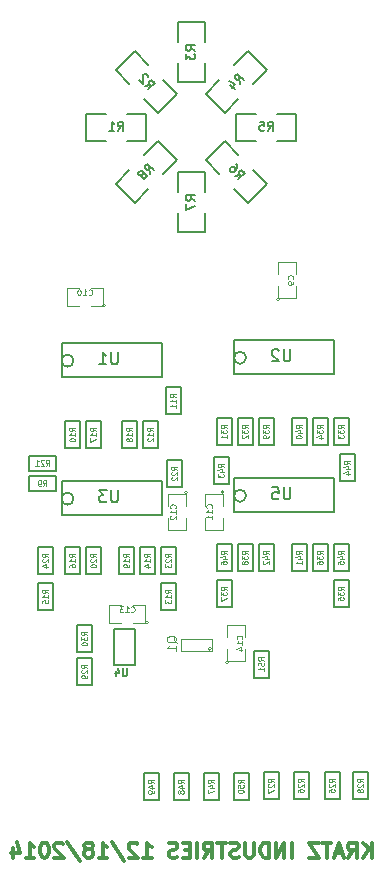
<source format=gbo>
G04 (created by PCBNEW (2013-07-07 BZR 4022)-stable) date 12/18/2014 6:53:03 AM*
%MOIN*%
G04 Gerber Fmt 3.4, Leading zero omitted, Abs format*
%FSLAX34Y34*%
G01*
G70*
G90*
G04 APERTURE LIST*
%ADD10C,0.00590551*%
%ADD11C,0.011811*%
%ADD12C,0.005*%
%ADD13C,0.0031*%
%ADD14C,0.0039*%
%ADD15C,0.0047*%
%ADD16C,0.0043*%
%ADD17C,0.0045*%
G04 APERTURE END LIST*
G54D10*
G54D11*
X84408Y-71952D02*
X84408Y-71452D01*
X84122Y-71952D02*
X84336Y-71666D01*
X84122Y-71452D02*
X84408Y-71738D01*
X83622Y-71952D02*
X83789Y-71714D01*
X83908Y-71952D02*
X83908Y-71452D01*
X83717Y-71452D01*
X83670Y-71476D01*
X83646Y-71500D01*
X83622Y-71547D01*
X83622Y-71619D01*
X83646Y-71666D01*
X83670Y-71690D01*
X83717Y-71714D01*
X83908Y-71714D01*
X83431Y-71809D02*
X83193Y-71809D01*
X83479Y-71952D02*
X83312Y-71452D01*
X83146Y-71952D01*
X83050Y-71452D02*
X82765Y-71452D01*
X82908Y-71952D02*
X82908Y-71452D01*
X82646Y-71452D02*
X82312Y-71452D01*
X82646Y-71952D01*
X82312Y-71952D01*
X81741Y-71952D02*
X81741Y-71452D01*
X81503Y-71952D02*
X81503Y-71452D01*
X81217Y-71952D01*
X81217Y-71452D01*
X80979Y-71952D02*
X80979Y-71452D01*
X80860Y-71452D01*
X80789Y-71476D01*
X80741Y-71523D01*
X80717Y-71571D01*
X80693Y-71666D01*
X80693Y-71738D01*
X80717Y-71833D01*
X80741Y-71880D01*
X80789Y-71928D01*
X80860Y-71952D01*
X80979Y-71952D01*
X80479Y-71452D02*
X80479Y-71857D01*
X80455Y-71904D01*
X80431Y-71928D01*
X80384Y-71952D01*
X80289Y-71952D01*
X80241Y-71928D01*
X80217Y-71904D01*
X80193Y-71857D01*
X80193Y-71452D01*
X79979Y-71928D02*
X79908Y-71952D01*
X79789Y-71952D01*
X79741Y-71928D01*
X79717Y-71904D01*
X79693Y-71857D01*
X79693Y-71809D01*
X79717Y-71761D01*
X79741Y-71738D01*
X79789Y-71714D01*
X79884Y-71690D01*
X79931Y-71666D01*
X79955Y-71642D01*
X79979Y-71595D01*
X79979Y-71547D01*
X79955Y-71500D01*
X79931Y-71476D01*
X79884Y-71452D01*
X79765Y-71452D01*
X79693Y-71476D01*
X79550Y-71452D02*
X79265Y-71452D01*
X79408Y-71952D02*
X79408Y-71452D01*
X78812Y-71952D02*
X78979Y-71714D01*
X79098Y-71952D02*
X79098Y-71452D01*
X78908Y-71452D01*
X78860Y-71476D01*
X78836Y-71500D01*
X78812Y-71547D01*
X78812Y-71619D01*
X78836Y-71666D01*
X78860Y-71690D01*
X78908Y-71714D01*
X79098Y-71714D01*
X78598Y-71952D02*
X78598Y-71452D01*
X78360Y-71690D02*
X78193Y-71690D01*
X78122Y-71952D02*
X78360Y-71952D01*
X78360Y-71452D01*
X78122Y-71452D01*
X77931Y-71928D02*
X77860Y-71952D01*
X77741Y-71952D01*
X77693Y-71928D01*
X77670Y-71904D01*
X77646Y-71857D01*
X77646Y-71809D01*
X77670Y-71761D01*
X77693Y-71738D01*
X77741Y-71714D01*
X77836Y-71690D01*
X77884Y-71666D01*
X77908Y-71642D01*
X77931Y-71595D01*
X77931Y-71547D01*
X77908Y-71500D01*
X77884Y-71476D01*
X77836Y-71452D01*
X77717Y-71452D01*
X77646Y-71476D01*
X76789Y-71952D02*
X77074Y-71952D01*
X76931Y-71952D02*
X76931Y-71452D01*
X76979Y-71523D01*
X77027Y-71571D01*
X77074Y-71595D01*
X76598Y-71500D02*
X76574Y-71476D01*
X76527Y-71452D01*
X76408Y-71452D01*
X76360Y-71476D01*
X76336Y-71500D01*
X76312Y-71547D01*
X76312Y-71595D01*
X76336Y-71666D01*
X76622Y-71952D01*
X76312Y-71952D01*
X75741Y-71428D02*
X76170Y-72071D01*
X75312Y-71952D02*
X75598Y-71952D01*
X75455Y-71952D02*
X75455Y-71452D01*
X75503Y-71523D01*
X75550Y-71571D01*
X75598Y-71595D01*
X75027Y-71666D02*
X75074Y-71642D01*
X75098Y-71619D01*
X75122Y-71571D01*
X75122Y-71547D01*
X75098Y-71500D01*
X75074Y-71476D01*
X75027Y-71452D01*
X74931Y-71452D01*
X74884Y-71476D01*
X74860Y-71500D01*
X74836Y-71547D01*
X74836Y-71571D01*
X74860Y-71619D01*
X74884Y-71642D01*
X74931Y-71666D01*
X75027Y-71666D01*
X75074Y-71690D01*
X75098Y-71714D01*
X75122Y-71761D01*
X75122Y-71857D01*
X75098Y-71904D01*
X75074Y-71928D01*
X75027Y-71952D01*
X74931Y-71952D01*
X74884Y-71928D01*
X74860Y-71904D01*
X74836Y-71857D01*
X74836Y-71761D01*
X74860Y-71714D01*
X74884Y-71690D01*
X74931Y-71666D01*
X74265Y-71428D02*
X74693Y-72071D01*
X74122Y-71500D02*
X74098Y-71476D01*
X74050Y-71452D01*
X73931Y-71452D01*
X73884Y-71476D01*
X73860Y-71500D01*
X73836Y-71547D01*
X73836Y-71595D01*
X73860Y-71666D01*
X74146Y-71952D01*
X73836Y-71952D01*
X73527Y-71452D02*
X73479Y-71452D01*
X73431Y-71476D01*
X73408Y-71500D01*
X73384Y-71547D01*
X73360Y-71642D01*
X73360Y-71761D01*
X73384Y-71857D01*
X73408Y-71904D01*
X73431Y-71928D01*
X73479Y-71952D01*
X73527Y-71952D01*
X73574Y-71928D01*
X73598Y-71904D01*
X73622Y-71857D01*
X73646Y-71761D01*
X73646Y-71642D01*
X73622Y-71547D01*
X73598Y-71500D01*
X73574Y-71476D01*
X73527Y-71452D01*
X72884Y-71952D02*
X73169Y-71952D01*
X73027Y-71952D02*
X73027Y-71452D01*
X73074Y-71523D01*
X73122Y-71571D01*
X73169Y-71595D01*
X72455Y-71619D02*
X72455Y-71952D01*
X72574Y-71428D02*
X72693Y-71785D01*
X72384Y-71785D01*
G54D10*
X74075Y-55940D02*
X74075Y-54798D01*
X74075Y-54798D02*
X77421Y-54798D01*
X77421Y-54798D02*
X77421Y-55940D01*
X77421Y-55940D02*
X74075Y-55940D01*
X74472Y-55389D02*
G75*
G03X74472Y-55389I-200J0D01*
G74*
G01*
G54D12*
X75830Y-65530D02*
X76530Y-65530D01*
X76530Y-65530D02*
X76530Y-64330D01*
X76530Y-64330D02*
X75830Y-64330D01*
X75830Y-64330D02*
X75830Y-65530D01*
G54D13*
X79075Y-64988D02*
G75*
G03X79075Y-64988I-62J0D01*
G74*
G01*
X78050Y-64650D02*
X78050Y-65050D01*
X79075Y-64650D02*
X79075Y-65050D01*
X78050Y-65050D02*
X79075Y-65050D01*
X79075Y-64650D02*
X78050Y-64650D01*
G54D12*
X77950Y-49100D02*
X78850Y-49100D01*
X78850Y-49100D02*
X78850Y-49750D01*
X77950Y-50450D02*
X77950Y-51100D01*
X77950Y-51100D02*
X78850Y-51100D01*
X78850Y-51100D02*
X78850Y-50450D01*
X77950Y-49750D02*
X77950Y-49100D01*
X77288Y-48074D02*
X77925Y-48711D01*
X77925Y-48711D02*
X77465Y-49170D01*
X76334Y-49029D02*
X75874Y-49488D01*
X75874Y-49488D02*
X76511Y-50125D01*
X76511Y-50125D02*
X76970Y-49665D01*
X76829Y-48534D02*
X77288Y-48074D01*
X78874Y-48711D02*
X79511Y-48074D01*
X79511Y-48074D02*
X79970Y-48534D01*
X79829Y-49665D02*
X80288Y-50125D01*
X80288Y-50125D02*
X80925Y-49488D01*
X80925Y-49488D02*
X80465Y-49029D01*
X79334Y-49170D02*
X78874Y-48711D01*
X79900Y-48050D02*
X79900Y-47150D01*
X79900Y-47150D02*
X80550Y-47150D01*
X81250Y-48050D02*
X81900Y-48050D01*
X81900Y-48050D02*
X81900Y-47150D01*
X81900Y-47150D02*
X81250Y-47150D01*
X80550Y-48050D02*
X79900Y-48050D01*
X79511Y-47125D02*
X78874Y-46488D01*
X78874Y-46488D02*
X79334Y-46029D01*
X80465Y-46170D02*
X80925Y-45711D01*
X80925Y-45711D02*
X80288Y-45074D01*
X80288Y-45074D02*
X79829Y-45534D01*
X79970Y-46665D02*
X79511Y-47125D01*
X78850Y-46100D02*
X77950Y-46100D01*
X77950Y-46100D02*
X77950Y-45450D01*
X78850Y-44750D02*
X78850Y-44100D01*
X78850Y-44100D02*
X77950Y-44100D01*
X77950Y-44100D02*
X77950Y-44750D01*
X78850Y-45450D02*
X78850Y-46100D01*
X77925Y-46488D02*
X77288Y-47125D01*
X77288Y-47125D02*
X76829Y-46665D01*
X76970Y-45534D02*
X76511Y-45074D01*
X76511Y-45074D02*
X75874Y-45711D01*
X75874Y-45711D02*
X76334Y-46170D01*
X77465Y-46029D02*
X77925Y-46488D01*
X76900Y-47150D02*
X76900Y-48050D01*
X76900Y-48050D02*
X76250Y-48050D01*
X75550Y-47150D02*
X74900Y-47150D01*
X74900Y-47150D02*
X74900Y-48050D01*
X74900Y-48050D02*
X75550Y-48050D01*
X76250Y-47150D02*
X76900Y-47150D01*
G54D14*
X76960Y-64120D02*
G75*
G03X76960Y-64120I-50J0D01*
G74*
G01*
X76460Y-64120D02*
X76860Y-64120D01*
X76860Y-64120D02*
X76860Y-63520D01*
X76860Y-63520D02*
X76460Y-63520D01*
X76060Y-63520D02*
X75660Y-63520D01*
X75660Y-63520D02*
X75660Y-64120D01*
X75660Y-64120D02*
X76060Y-64120D01*
X81350Y-53350D02*
G75*
G03X81350Y-53350I-50J0D01*
G74*
G01*
X81300Y-52900D02*
X81300Y-53300D01*
X81300Y-53300D02*
X81900Y-53300D01*
X81900Y-53300D02*
X81900Y-52900D01*
X81900Y-52500D02*
X81900Y-52100D01*
X81900Y-52100D02*
X81300Y-52100D01*
X81300Y-52100D02*
X81300Y-52500D01*
X75550Y-53550D02*
G75*
G03X75550Y-53550I-50J0D01*
G74*
G01*
X75050Y-53550D02*
X75450Y-53550D01*
X75450Y-53550D02*
X75450Y-52950D01*
X75450Y-52950D02*
X75050Y-52950D01*
X74650Y-52950D02*
X74250Y-52950D01*
X74250Y-52950D02*
X74250Y-53550D01*
X74250Y-53550D02*
X74650Y-53550D01*
X79650Y-65450D02*
G75*
G03X79650Y-65450I-50J0D01*
G74*
G01*
X79600Y-65000D02*
X79600Y-65400D01*
X79600Y-65400D02*
X80200Y-65400D01*
X80200Y-65400D02*
X80200Y-65000D01*
X80200Y-64600D02*
X80200Y-64200D01*
X80200Y-64200D02*
X79600Y-64200D01*
X79600Y-64200D02*
X79600Y-64600D01*
X79490Y-59770D02*
G75*
G03X79490Y-59770I-50J0D01*
G74*
G01*
X79440Y-60220D02*
X79440Y-59820D01*
X79440Y-59820D02*
X78840Y-59820D01*
X78840Y-59820D02*
X78840Y-60220D01*
X78840Y-60620D02*
X78840Y-61020D01*
X78840Y-61020D02*
X79440Y-61020D01*
X79440Y-61020D02*
X79440Y-60620D01*
X78280Y-59780D02*
G75*
G03X78280Y-59780I-50J0D01*
G74*
G01*
X78230Y-60230D02*
X78230Y-59830D01*
X78230Y-59830D02*
X77630Y-59830D01*
X77630Y-59830D02*
X77630Y-60230D01*
X77630Y-60630D02*
X77630Y-61030D01*
X77630Y-61030D02*
X78230Y-61030D01*
X78230Y-61030D02*
X78230Y-60630D01*
G54D12*
X82250Y-62400D02*
X82250Y-61500D01*
X82250Y-61500D02*
X81750Y-61500D01*
X81750Y-61500D02*
X81750Y-62400D01*
X81750Y-62400D02*
X82250Y-62400D01*
X79250Y-61500D02*
X79250Y-62400D01*
X79250Y-62400D02*
X79750Y-62400D01*
X79750Y-62400D02*
X79750Y-61500D01*
X79750Y-61500D02*
X79250Y-61500D01*
X80310Y-70020D02*
X80310Y-69120D01*
X80310Y-69120D02*
X79810Y-69120D01*
X79810Y-69120D02*
X79810Y-70020D01*
X79810Y-70020D02*
X80310Y-70020D01*
X82450Y-61500D02*
X82450Y-62400D01*
X82450Y-62400D02*
X82950Y-62400D01*
X82950Y-62400D02*
X82950Y-61500D01*
X82950Y-61500D02*
X82450Y-61500D01*
X79950Y-61500D02*
X79950Y-62400D01*
X79950Y-62400D02*
X80450Y-62400D01*
X80450Y-62400D02*
X80450Y-61500D01*
X80450Y-61500D02*
X79950Y-61500D01*
X81150Y-62400D02*
X81150Y-61500D01*
X81150Y-61500D02*
X80650Y-61500D01*
X80650Y-61500D02*
X80650Y-62400D01*
X80650Y-62400D02*
X81150Y-62400D01*
X79750Y-58200D02*
X79750Y-57300D01*
X79750Y-57300D02*
X79250Y-57300D01*
X79250Y-57300D02*
X79250Y-58200D01*
X79250Y-58200D02*
X79750Y-58200D01*
X79150Y-58600D02*
X79150Y-59500D01*
X79150Y-59500D02*
X79650Y-59500D01*
X79650Y-59500D02*
X79650Y-58600D01*
X79650Y-58600D02*
X79150Y-58600D01*
X79320Y-70030D02*
X79320Y-69130D01*
X79320Y-69130D02*
X78820Y-69130D01*
X78820Y-69130D02*
X78820Y-70030D01*
X78820Y-70030D02*
X79320Y-70030D01*
X80450Y-58200D02*
X80450Y-57300D01*
X80450Y-57300D02*
X79950Y-57300D01*
X79950Y-57300D02*
X79950Y-58200D01*
X79950Y-58200D02*
X80450Y-58200D01*
X80650Y-57300D02*
X80650Y-58200D01*
X80650Y-58200D02*
X81150Y-58200D01*
X81150Y-58200D02*
X81150Y-57300D01*
X81150Y-57300D02*
X80650Y-57300D01*
X83650Y-58200D02*
X83650Y-57300D01*
X83650Y-57300D02*
X83150Y-57300D01*
X83150Y-57300D02*
X83150Y-58200D01*
X83150Y-58200D02*
X83650Y-58200D01*
X83350Y-58500D02*
X83350Y-59400D01*
X83350Y-59400D02*
X83850Y-59400D01*
X83850Y-59400D02*
X83850Y-58500D01*
X83850Y-58500D02*
X83350Y-58500D01*
X78320Y-70040D02*
X78320Y-69140D01*
X78320Y-69140D02*
X77820Y-69140D01*
X77820Y-69140D02*
X77820Y-70040D01*
X77820Y-70040D02*
X78320Y-70040D01*
X81000Y-65950D02*
X81000Y-65050D01*
X81000Y-65050D02*
X80500Y-65050D01*
X80500Y-65050D02*
X80500Y-65950D01*
X80500Y-65950D02*
X81000Y-65950D01*
X82950Y-58200D02*
X82950Y-57300D01*
X82950Y-57300D02*
X82450Y-57300D01*
X82450Y-57300D02*
X82450Y-58200D01*
X82450Y-58200D02*
X82950Y-58200D01*
X81750Y-57300D02*
X81750Y-58200D01*
X81750Y-58200D02*
X82250Y-58200D01*
X82250Y-58200D02*
X82250Y-57300D01*
X82250Y-57300D02*
X81750Y-57300D01*
X77320Y-70040D02*
X77320Y-69140D01*
X77320Y-69140D02*
X76820Y-69140D01*
X76820Y-69140D02*
X76820Y-70040D01*
X76820Y-70040D02*
X77320Y-70040D01*
X83150Y-62700D02*
X83150Y-63600D01*
X83150Y-63600D02*
X83650Y-63600D01*
X83650Y-63600D02*
X83650Y-62700D01*
X83650Y-62700D02*
X83150Y-62700D01*
X77300Y-58300D02*
X77300Y-57400D01*
X77300Y-57400D02*
X76800Y-57400D01*
X76800Y-57400D02*
X76800Y-58300D01*
X76800Y-58300D02*
X77300Y-58300D01*
X83150Y-61500D02*
X83150Y-62400D01*
X83150Y-62400D02*
X83650Y-62400D01*
X83650Y-62400D02*
X83650Y-61500D01*
X83650Y-61500D02*
X83150Y-61500D01*
X73880Y-59240D02*
X72980Y-59240D01*
X72980Y-59240D02*
X72980Y-59740D01*
X72980Y-59740D02*
X73880Y-59740D01*
X73880Y-59740D02*
X73880Y-59240D01*
X75100Y-66200D02*
X75100Y-65300D01*
X75100Y-65300D02*
X74600Y-65300D01*
X74600Y-65300D02*
X74600Y-66200D01*
X74600Y-66200D02*
X75100Y-66200D01*
X75100Y-65100D02*
X75100Y-64200D01*
X75100Y-64200D02*
X74600Y-64200D01*
X74600Y-64200D02*
X74600Y-65100D01*
X74600Y-65100D02*
X75100Y-65100D01*
X73300Y-62800D02*
X73300Y-63700D01*
X73300Y-63700D02*
X73800Y-63700D01*
X73800Y-63700D02*
X73800Y-62800D01*
X73800Y-62800D02*
X73300Y-62800D01*
X73300Y-61600D02*
X73300Y-62500D01*
X73300Y-62500D02*
X73800Y-62500D01*
X73800Y-62500D02*
X73800Y-61600D01*
X73800Y-61600D02*
X73300Y-61600D01*
X84300Y-70000D02*
X84300Y-69100D01*
X84300Y-69100D02*
X83800Y-69100D01*
X83800Y-69100D02*
X83800Y-70000D01*
X83800Y-70000D02*
X84300Y-70000D01*
X74200Y-61600D02*
X74200Y-62500D01*
X74200Y-62500D02*
X74700Y-62500D01*
X74700Y-62500D02*
X74700Y-61600D01*
X74700Y-61600D02*
X74200Y-61600D01*
X75400Y-62500D02*
X75400Y-61600D01*
X75400Y-61600D02*
X74900Y-61600D01*
X74900Y-61600D02*
X74900Y-62500D01*
X74900Y-62500D02*
X75400Y-62500D01*
X79250Y-62700D02*
X79250Y-63600D01*
X79250Y-63600D02*
X79750Y-63600D01*
X79750Y-63600D02*
X79750Y-62700D01*
X79750Y-62700D02*
X79250Y-62700D01*
X72980Y-59060D02*
X73880Y-59060D01*
X73880Y-59060D02*
X73880Y-58560D01*
X73880Y-58560D02*
X72980Y-58560D01*
X72980Y-58560D02*
X72980Y-59060D01*
X83350Y-70000D02*
X83350Y-69100D01*
X83350Y-69100D02*
X82850Y-69100D01*
X82850Y-69100D02*
X82850Y-70000D01*
X82850Y-70000D02*
X83350Y-70000D01*
X74700Y-58300D02*
X74700Y-57400D01*
X74700Y-57400D02*
X74200Y-57400D01*
X74200Y-57400D02*
X74200Y-58300D01*
X74200Y-58300D02*
X74700Y-58300D01*
X74900Y-57400D02*
X74900Y-58300D01*
X74900Y-58300D02*
X75400Y-58300D01*
X75400Y-58300D02*
X75400Y-57400D01*
X75400Y-57400D02*
X74900Y-57400D01*
X78060Y-57180D02*
X78060Y-56280D01*
X78060Y-56280D02*
X77560Y-56280D01*
X77560Y-56280D02*
X77560Y-57180D01*
X77560Y-57180D02*
X78060Y-57180D01*
X77600Y-58700D02*
X77600Y-59600D01*
X77600Y-59600D02*
X78100Y-59600D01*
X78100Y-59600D02*
X78100Y-58700D01*
X78100Y-58700D02*
X77600Y-58700D01*
X82310Y-70000D02*
X82310Y-69100D01*
X82310Y-69100D02*
X81810Y-69100D01*
X81810Y-69100D02*
X81810Y-70000D01*
X81810Y-70000D02*
X82310Y-70000D01*
X76100Y-57400D02*
X76100Y-58300D01*
X76100Y-58300D02*
X76600Y-58300D01*
X76600Y-58300D02*
X76600Y-57400D01*
X76600Y-57400D02*
X76100Y-57400D01*
X77400Y-62800D02*
X77400Y-63700D01*
X77400Y-63700D02*
X77900Y-63700D01*
X77900Y-63700D02*
X77900Y-62800D01*
X77900Y-62800D02*
X77400Y-62800D01*
X77400Y-61600D02*
X77400Y-62500D01*
X77400Y-62500D02*
X77900Y-62500D01*
X77900Y-62500D02*
X77900Y-61600D01*
X77900Y-61600D02*
X77400Y-61600D01*
X81330Y-70000D02*
X81330Y-69100D01*
X81330Y-69100D02*
X80830Y-69100D01*
X80830Y-69100D02*
X80830Y-70000D01*
X80830Y-70000D02*
X81330Y-70000D01*
X76700Y-61600D02*
X76700Y-62500D01*
X76700Y-62500D02*
X77200Y-62500D01*
X77200Y-62500D02*
X77200Y-61600D01*
X77200Y-61600D02*
X76700Y-61600D01*
X76500Y-62500D02*
X76500Y-61600D01*
X76500Y-61600D02*
X76000Y-61600D01*
X76000Y-61600D02*
X76000Y-62500D01*
X76000Y-62500D02*
X76500Y-62500D01*
G54D10*
X74075Y-60540D02*
X74075Y-59398D01*
X74075Y-59398D02*
X77421Y-59398D01*
X77421Y-59398D02*
X77421Y-60540D01*
X77421Y-60540D02*
X74075Y-60540D01*
X74472Y-59989D02*
G75*
G03X74472Y-59989I-200J0D01*
G74*
G01*
X79825Y-55840D02*
X79825Y-54698D01*
X79825Y-54698D02*
X83171Y-54698D01*
X83171Y-54698D02*
X83171Y-55840D01*
X83171Y-55840D02*
X79825Y-55840D01*
X80222Y-55289D02*
G75*
G03X80222Y-55289I-200J0D01*
G74*
G01*
X79825Y-60440D02*
X79825Y-59298D01*
X79825Y-59298D02*
X83171Y-59298D01*
X83171Y-59298D02*
X83171Y-60440D01*
X83171Y-60440D02*
X79825Y-60440D01*
X80222Y-59889D02*
G75*
G03X80222Y-59889I-200J0D01*
G74*
G01*
X75949Y-55115D02*
X75949Y-55434D01*
X75931Y-55471D01*
X75912Y-55490D01*
X75874Y-55509D01*
X75799Y-55509D01*
X75762Y-55490D01*
X75743Y-55471D01*
X75724Y-55434D01*
X75724Y-55115D01*
X75331Y-55509D02*
X75556Y-55509D01*
X75443Y-55509D02*
X75443Y-55115D01*
X75481Y-55171D01*
X75518Y-55209D01*
X75556Y-55228D01*
G54D12*
X76252Y-65647D02*
X76252Y-65849D01*
X76240Y-65873D01*
X76228Y-65885D01*
X76204Y-65897D01*
X76157Y-65897D01*
X76133Y-65885D01*
X76121Y-65873D01*
X76109Y-65849D01*
X76109Y-65647D01*
X75883Y-65730D02*
X75883Y-65897D01*
X75942Y-65635D02*
X76002Y-65813D01*
X75847Y-65813D01*
G54D15*
X77913Y-64782D02*
X77898Y-64753D01*
X77870Y-64725D01*
X77827Y-64682D01*
X77813Y-64653D01*
X77813Y-64625D01*
X77884Y-64639D02*
X77870Y-64611D01*
X77841Y-64582D01*
X77784Y-64568D01*
X77684Y-64568D01*
X77627Y-64582D01*
X77598Y-64611D01*
X77584Y-64639D01*
X77584Y-64696D01*
X77598Y-64725D01*
X77627Y-64753D01*
X77684Y-64768D01*
X77784Y-64768D01*
X77841Y-64753D01*
X77870Y-64725D01*
X77884Y-64696D01*
X77884Y-64639D01*
X77884Y-65053D02*
X77884Y-64882D01*
X77884Y-64968D02*
X77584Y-64968D01*
X77627Y-64939D01*
X77655Y-64911D01*
X77670Y-64882D01*
G54D12*
X78521Y-50050D02*
X78378Y-49950D01*
X78521Y-49878D02*
X78221Y-49878D01*
X78221Y-49992D01*
X78235Y-50021D01*
X78250Y-50035D01*
X78278Y-50050D01*
X78321Y-50050D01*
X78350Y-50035D01*
X78364Y-50021D01*
X78378Y-49992D01*
X78378Y-49878D01*
X78221Y-50150D02*
X78221Y-50350D01*
X78521Y-50221D01*
X77021Y-49150D02*
X76990Y-48978D01*
X77142Y-49029D02*
X76930Y-48817D01*
X76849Y-48897D01*
X76839Y-48928D01*
X76839Y-48948D01*
X76849Y-48978D01*
X76879Y-49009D01*
X76910Y-49019D01*
X76930Y-49019D01*
X76960Y-49009D01*
X77041Y-48928D01*
X76778Y-49150D02*
X76788Y-49120D01*
X76788Y-49100D01*
X76778Y-49069D01*
X76768Y-49059D01*
X76738Y-49049D01*
X76718Y-49049D01*
X76687Y-49059D01*
X76647Y-49100D01*
X76637Y-49130D01*
X76637Y-49150D01*
X76647Y-49180D01*
X76657Y-49190D01*
X76687Y-49201D01*
X76708Y-49201D01*
X76738Y-49190D01*
X76778Y-49150D01*
X76809Y-49140D01*
X76829Y-49140D01*
X76859Y-49150D01*
X76900Y-49190D01*
X76910Y-49221D01*
X76910Y-49241D01*
X76900Y-49271D01*
X76859Y-49312D01*
X76829Y-49322D01*
X76809Y-49322D01*
X76778Y-49312D01*
X76738Y-49271D01*
X76728Y-49241D01*
X76728Y-49221D01*
X76738Y-49190D01*
X79849Y-49221D02*
X80021Y-49190D01*
X79970Y-49342D02*
X80182Y-49130D01*
X80102Y-49049D01*
X80071Y-49039D01*
X80051Y-49039D01*
X80021Y-49049D01*
X79990Y-49079D01*
X79980Y-49110D01*
X79980Y-49130D01*
X79990Y-49160D01*
X80071Y-49241D01*
X79879Y-48827D02*
X79920Y-48867D01*
X79930Y-48897D01*
X79930Y-48918D01*
X79920Y-48968D01*
X79889Y-49019D01*
X79809Y-49100D01*
X79778Y-49110D01*
X79758Y-49110D01*
X79728Y-49100D01*
X79687Y-49059D01*
X79677Y-49029D01*
X79677Y-49009D01*
X79687Y-48978D01*
X79738Y-48928D01*
X79768Y-48918D01*
X79788Y-48918D01*
X79819Y-48928D01*
X79859Y-48968D01*
X79869Y-48998D01*
X79869Y-49019D01*
X79859Y-49049D01*
X80950Y-47721D02*
X81050Y-47578D01*
X81121Y-47721D02*
X81121Y-47421D01*
X81007Y-47421D01*
X80978Y-47435D01*
X80964Y-47450D01*
X80950Y-47478D01*
X80950Y-47521D01*
X80964Y-47550D01*
X80978Y-47564D01*
X81007Y-47578D01*
X81121Y-47578D01*
X80678Y-47421D02*
X80821Y-47421D01*
X80835Y-47564D01*
X80821Y-47550D01*
X80792Y-47535D01*
X80721Y-47535D01*
X80692Y-47550D01*
X80678Y-47564D01*
X80664Y-47592D01*
X80664Y-47664D01*
X80678Y-47692D01*
X80692Y-47707D01*
X80721Y-47721D01*
X80792Y-47721D01*
X80821Y-47707D01*
X80835Y-47692D01*
X80021Y-46150D02*
X79990Y-45978D01*
X80142Y-46029D02*
X79930Y-45817D01*
X79849Y-45897D01*
X79839Y-45928D01*
X79839Y-45948D01*
X79849Y-45978D01*
X79879Y-46009D01*
X79910Y-46019D01*
X79930Y-46019D01*
X79960Y-46009D01*
X80041Y-45928D01*
X79697Y-46190D02*
X79839Y-46332D01*
X79667Y-46059D02*
X79869Y-46160D01*
X79738Y-46291D01*
X78521Y-45050D02*
X78378Y-44950D01*
X78521Y-44878D02*
X78221Y-44878D01*
X78221Y-44992D01*
X78235Y-45021D01*
X78250Y-45035D01*
X78278Y-45050D01*
X78321Y-45050D01*
X78350Y-45035D01*
X78364Y-45021D01*
X78378Y-44992D01*
X78378Y-44878D01*
X78221Y-45150D02*
X78221Y-45335D01*
X78335Y-45235D01*
X78335Y-45278D01*
X78350Y-45307D01*
X78364Y-45321D01*
X78392Y-45335D01*
X78464Y-45335D01*
X78492Y-45321D01*
X78507Y-45307D01*
X78521Y-45278D01*
X78521Y-45192D01*
X78507Y-45164D01*
X78492Y-45150D01*
X76849Y-46221D02*
X77021Y-46190D01*
X76970Y-46342D02*
X77182Y-46130D01*
X77102Y-46049D01*
X77071Y-46039D01*
X77051Y-46039D01*
X77021Y-46049D01*
X76990Y-46079D01*
X76980Y-46110D01*
X76980Y-46130D01*
X76990Y-46160D01*
X77071Y-46241D01*
X76960Y-45948D02*
X76960Y-45928D01*
X76950Y-45897D01*
X76899Y-45847D01*
X76869Y-45837D01*
X76849Y-45837D01*
X76819Y-45847D01*
X76798Y-45867D01*
X76778Y-45908D01*
X76778Y-46150D01*
X76647Y-46019D01*
X75950Y-47721D02*
X76050Y-47578D01*
X76121Y-47721D02*
X76121Y-47421D01*
X76007Y-47421D01*
X75978Y-47435D01*
X75964Y-47450D01*
X75950Y-47478D01*
X75950Y-47521D01*
X75964Y-47550D01*
X75978Y-47564D01*
X76007Y-47578D01*
X76121Y-47578D01*
X75664Y-47721D02*
X75835Y-47721D01*
X75750Y-47721D02*
X75750Y-47421D01*
X75778Y-47464D01*
X75807Y-47492D01*
X75835Y-47507D01*
G54D16*
X76386Y-63755D02*
X76396Y-63765D01*
X76424Y-63774D01*
X76442Y-63774D01*
X76471Y-63765D01*
X76489Y-63746D01*
X76499Y-63727D01*
X76508Y-63690D01*
X76508Y-63662D01*
X76499Y-63624D01*
X76489Y-63605D01*
X76471Y-63587D01*
X76442Y-63577D01*
X76424Y-63577D01*
X76396Y-63587D01*
X76386Y-63596D01*
X76199Y-63774D02*
X76311Y-63774D01*
X76255Y-63774D02*
X76255Y-63577D01*
X76274Y-63605D01*
X76292Y-63624D01*
X76311Y-63634D01*
X76133Y-63577D02*
X76011Y-63577D01*
X76077Y-63652D01*
X76048Y-63652D01*
X76030Y-63662D01*
X76020Y-63671D01*
X76011Y-63690D01*
X76011Y-63737D01*
X76020Y-63755D01*
X76030Y-63765D01*
X76048Y-63774D01*
X76105Y-63774D01*
X76123Y-63765D01*
X76133Y-63755D01*
X81785Y-52667D02*
X81795Y-52657D01*
X81804Y-52629D01*
X81804Y-52610D01*
X81795Y-52582D01*
X81776Y-52563D01*
X81757Y-52554D01*
X81720Y-52545D01*
X81692Y-52545D01*
X81654Y-52554D01*
X81635Y-52563D01*
X81617Y-52582D01*
X81607Y-52610D01*
X81607Y-52629D01*
X81617Y-52657D01*
X81626Y-52667D01*
X81804Y-52760D02*
X81804Y-52798D01*
X81795Y-52817D01*
X81785Y-52826D01*
X81757Y-52845D01*
X81720Y-52854D01*
X81645Y-52854D01*
X81626Y-52845D01*
X81617Y-52836D01*
X81607Y-52817D01*
X81607Y-52779D01*
X81617Y-52760D01*
X81626Y-52751D01*
X81645Y-52742D01*
X81692Y-52742D01*
X81710Y-52751D01*
X81720Y-52760D01*
X81729Y-52779D01*
X81729Y-52817D01*
X81720Y-52836D01*
X81710Y-52845D01*
X81692Y-52854D01*
X74976Y-53185D02*
X74986Y-53195D01*
X75014Y-53204D01*
X75032Y-53204D01*
X75061Y-53195D01*
X75079Y-53176D01*
X75089Y-53157D01*
X75098Y-53120D01*
X75098Y-53092D01*
X75089Y-53054D01*
X75079Y-53035D01*
X75061Y-53017D01*
X75032Y-53007D01*
X75014Y-53007D01*
X74986Y-53017D01*
X74976Y-53026D01*
X74789Y-53204D02*
X74901Y-53204D01*
X74845Y-53204D02*
X74845Y-53007D01*
X74864Y-53035D01*
X74882Y-53054D01*
X74901Y-53064D01*
X74667Y-53007D02*
X74648Y-53007D01*
X74629Y-53017D01*
X74620Y-53026D01*
X74610Y-53045D01*
X74601Y-53082D01*
X74601Y-53129D01*
X74610Y-53167D01*
X74620Y-53185D01*
X74629Y-53195D01*
X74648Y-53204D01*
X74667Y-53204D01*
X74685Y-53195D01*
X74695Y-53185D01*
X74704Y-53167D01*
X74713Y-53129D01*
X74713Y-53082D01*
X74704Y-53045D01*
X74695Y-53026D01*
X74685Y-53017D01*
X74667Y-53007D01*
X80085Y-64673D02*
X80095Y-64663D01*
X80104Y-64635D01*
X80104Y-64617D01*
X80095Y-64588D01*
X80076Y-64570D01*
X80057Y-64560D01*
X80020Y-64551D01*
X79992Y-64551D01*
X79954Y-64560D01*
X79935Y-64570D01*
X79917Y-64588D01*
X79907Y-64617D01*
X79907Y-64635D01*
X79917Y-64663D01*
X79926Y-64673D01*
X80104Y-64860D02*
X80104Y-64748D01*
X80104Y-64804D02*
X79907Y-64804D01*
X79935Y-64785D01*
X79954Y-64767D01*
X79964Y-64748D01*
X79973Y-65029D02*
X80104Y-65029D01*
X79898Y-64982D02*
X80039Y-64936D01*
X80039Y-65057D01*
X79075Y-60293D02*
X79085Y-60283D01*
X79094Y-60255D01*
X79094Y-60237D01*
X79085Y-60208D01*
X79066Y-60190D01*
X79047Y-60180D01*
X79010Y-60171D01*
X78982Y-60171D01*
X78944Y-60180D01*
X78925Y-60190D01*
X78907Y-60208D01*
X78897Y-60237D01*
X78897Y-60255D01*
X78907Y-60283D01*
X78916Y-60293D01*
X79094Y-60480D02*
X79094Y-60368D01*
X79094Y-60424D02*
X78897Y-60424D01*
X78925Y-60405D01*
X78944Y-60387D01*
X78954Y-60368D01*
X79094Y-60668D02*
X79094Y-60556D01*
X79094Y-60612D02*
X78897Y-60612D01*
X78925Y-60593D01*
X78944Y-60574D01*
X78954Y-60556D01*
X77865Y-60303D02*
X77875Y-60293D01*
X77884Y-60265D01*
X77884Y-60247D01*
X77875Y-60218D01*
X77856Y-60200D01*
X77837Y-60190D01*
X77800Y-60181D01*
X77772Y-60181D01*
X77734Y-60190D01*
X77715Y-60200D01*
X77697Y-60218D01*
X77687Y-60247D01*
X77687Y-60265D01*
X77697Y-60293D01*
X77706Y-60303D01*
X77884Y-60490D02*
X77884Y-60378D01*
X77884Y-60434D02*
X77687Y-60434D01*
X77715Y-60415D01*
X77734Y-60397D01*
X77744Y-60378D01*
X77706Y-60566D02*
X77697Y-60575D01*
X77687Y-60594D01*
X77687Y-60641D01*
X77697Y-60659D01*
X77706Y-60669D01*
X77725Y-60678D01*
X77744Y-60678D01*
X77772Y-60669D01*
X77884Y-60556D01*
X77884Y-60678D01*
G54D17*
X82080Y-61834D02*
X81985Y-61774D01*
X82080Y-61731D02*
X81880Y-61731D01*
X81880Y-61800D01*
X81890Y-61817D01*
X81900Y-61825D01*
X81919Y-61834D01*
X81947Y-61834D01*
X81966Y-61825D01*
X81976Y-61817D01*
X81985Y-61800D01*
X81985Y-61731D01*
X81947Y-61988D02*
X82080Y-61988D01*
X81871Y-61945D02*
X82014Y-61902D01*
X82014Y-62014D01*
X82080Y-62177D02*
X82080Y-62074D01*
X82080Y-62125D02*
X81880Y-62125D01*
X81909Y-62108D01*
X81928Y-62091D01*
X81938Y-62074D01*
X79580Y-61834D02*
X79485Y-61774D01*
X79580Y-61731D02*
X79380Y-61731D01*
X79380Y-61800D01*
X79390Y-61817D01*
X79400Y-61825D01*
X79419Y-61834D01*
X79447Y-61834D01*
X79466Y-61825D01*
X79476Y-61817D01*
X79485Y-61800D01*
X79485Y-61731D01*
X79447Y-61988D02*
X79580Y-61988D01*
X79371Y-61945D02*
X79514Y-61902D01*
X79514Y-62014D01*
X79380Y-62160D02*
X79380Y-62125D01*
X79390Y-62108D01*
X79400Y-62100D01*
X79428Y-62082D01*
X79466Y-62074D01*
X79542Y-62074D01*
X79561Y-62082D01*
X79571Y-62091D01*
X79580Y-62108D01*
X79580Y-62142D01*
X79571Y-62160D01*
X79561Y-62168D01*
X79542Y-62177D01*
X79495Y-62177D01*
X79476Y-62168D01*
X79466Y-62160D01*
X79457Y-62142D01*
X79457Y-62108D01*
X79466Y-62091D01*
X79476Y-62082D01*
X79495Y-62074D01*
X80140Y-69454D02*
X80045Y-69394D01*
X80140Y-69351D02*
X79940Y-69351D01*
X79940Y-69420D01*
X79950Y-69437D01*
X79960Y-69445D01*
X79979Y-69454D01*
X80007Y-69454D01*
X80026Y-69445D01*
X80036Y-69437D01*
X80045Y-69420D01*
X80045Y-69351D01*
X79940Y-69617D02*
X79940Y-69531D01*
X80036Y-69522D01*
X80026Y-69531D01*
X80017Y-69548D01*
X80017Y-69591D01*
X80026Y-69608D01*
X80036Y-69617D01*
X80055Y-69625D01*
X80102Y-69625D01*
X80121Y-69617D01*
X80131Y-69608D01*
X80140Y-69591D01*
X80140Y-69548D01*
X80131Y-69531D01*
X80121Y-69522D01*
X79940Y-69737D02*
X79940Y-69754D01*
X79950Y-69771D01*
X79960Y-69780D01*
X79979Y-69788D01*
X80017Y-69797D01*
X80064Y-69797D01*
X80102Y-69788D01*
X80121Y-69780D01*
X80131Y-69771D01*
X80140Y-69754D01*
X80140Y-69737D01*
X80131Y-69720D01*
X80121Y-69711D01*
X80102Y-69702D01*
X80064Y-69694D01*
X80017Y-69694D01*
X79979Y-69702D01*
X79960Y-69711D01*
X79950Y-69720D01*
X79940Y-69737D01*
X82780Y-61834D02*
X82685Y-61774D01*
X82780Y-61731D02*
X82580Y-61731D01*
X82580Y-61800D01*
X82590Y-61817D01*
X82600Y-61825D01*
X82619Y-61834D01*
X82647Y-61834D01*
X82666Y-61825D01*
X82676Y-61817D01*
X82685Y-61800D01*
X82685Y-61731D01*
X82580Y-61894D02*
X82580Y-62005D01*
X82657Y-61945D01*
X82657Y-61971D01*
X82666Y-61988D01*
X82676Y-61997D01*
X82695Y-62005D01*
X82742Y-62005D01*
X82761Y-61997D01*
X82771Y-61988D01*
X82780Y-61971D01*
X82780Y-61920D01*
X82771Y-61902D01*
X82761Y-61894D01*
X82580Y-62160D02*
X82580Y-62125D01*
X82590Y-62108D01*
X82600Y-62100D01*
X82628Y-62082D01*
X82666Y-62074D01*
X82742Y-62074D01*
X82761Y-62082D01*
X82771Y-62091D01*
X82780Y-62108D01*
X82780Y-62142D01*
X82771Y-62160D01*
X82761Y-62168D01*
X82742Y-62177D01*
X82695Y-62177D01*
X82676Y-62168D01*
X82666Y-62160D01*
X82657Y-62142D01*
X82657Y-62108D01*
X82666Y-62091D01*
X82676Y-62082D01*
X82695Y-62074D01*
X80280Y-61834D02*
X80185Y-61774D01*
X80280Y-61731D02*
X80080Y-61731D01*
X80080Y-61800D01*
X80090Y-61817D01*
X80100Y-61825D01*
X80119Y-61834D01*
X80147Y-61834D01*
X80166Y-61825D01*
X80176Y-61817D01*
X80185Y-61800D01*
X80185Y-61731D01*
X80080Y-61894D02*
X80080Y-62005D01*
X80157Y-61945D01*
X80157Y-61971D01*
X80166Y-61988D01*
X80176Y-61997D01*
X80195Y-62005D01*
X80242Y-62005D01*
X80261Y-61997D01*
X80271Y-61988D01*
X80280Y-61971D01*
X80280Y-61920D01*
X80271Y-61902D01*
X80261Y-61894D01*
X80166Y-62108D02*
X80157Y-62091D01*
X80147Y-62082D01*
X80128Y-62074D01*
X80119Y-62074D01*
X80100Y-62082D01*
X80090Y-62091D01*
X80080Y-62108D01*
X80080Y-62142D01*
X80090Y-62160D01*
X80100Y-62168D01*
X80119Y-62177D01*
X80128Y-62177D01*
X80147Y-62168D01*
X80157Y-62160D01*
X80166Y-62142D01*
X80166Y-62108D01*
X80176Y-62091D01*
X80185Y-62082D01*
X80204Y-62074D01*
X80242Y-62074D01*
X80261Y-62082D01*
X80271Y-62091D01*
X80280Y-62108D01*
X80280Y-62142D01*
X80271Y-62160D01*
X80261Y-62168D01*
X80242Y-62177D01*
X80204Y-62177D01*
X80185Y-62168D01*
X80176Y-62160D01*
X80166Y-62142D01*
X80980Y-61834D02*
X80885Y-61774D01*
X80980Y-61731D02*
X80780Y-61731D01*
X80780Y-61800D01*
X80790Y-61817D01*
X80800Y-61825D01*
X80819Y-61834D01*
X80847Y-61834D01*
X80866Y-61825D01*
X80876Y-61817D01*
X80885Y-61800D01*
X80885Y-61731D01*
X80847Y-61988D02*
X80980Y-61988D01*
X80771Y-61945D02*
X80914Y-61902D01*
X80914Y-62014D01*
X80800Y-62074D02*
X80790Y-62082D01*
X80780Y-62100D01*
X80780Y-62142D01*
X80790Y-62160D01*
X80800Y-62168D01*
X80819Y-62177D01*
X80838Y-62177D01*
X80866Y-62168D01*
X80980Y-62065D01*
X80980Y-62177D01*
X79580Y-57634D02*
X79485Y-57574D01*
X79580Y-57531D02*
X79380Y-57531D01*
X79380Y-57600D01*
X79390Y-57617D01*
X79400Y-57625D01*
X79419Y-57634D01*
X79447Y-57634D01*
X79466Y-57625D01*
X79476Y-57617D01*
X79485Y-57600D01*
X79485Y-57531D01*
X79380Y-57694D02*
X79380Y-57805D01*
X79457Y-57745D01*
X79457Y-57771D01*
X79466Y-57788D01*
X79476Y-57797D01*
X79495Y-57805D01*
X79542Y-57805D01*
X79561Y-57797D01*
X79571Y-57788D01*
X79580Y-57771D01*
X79580Y-57720D01*
X79571Y-57702D01*
X79561Y-57694D01*
X79580Y-57977D02*
X79580Y-57874D01*
X79580Y-57925D02*
X79380Y-57925D01*
X79409Y-57908D01*
X79428Y-57891D01*
X79438Y-57874D01*
X79480Y-58934D02*
X79385Y-58874D01*
X79480Y-58831D02*
X79280Y-58831D01*
X79280Y-58900D01*
X79290Y-58917D01*
X79300Y-58925D01*
X79319Y-58934D01*
X79347Y-58934D01*
X79366Y-58925D01*
X79376Y-58917D01*
X79385Y-58900D01*
X79385Y-58831D01*
X79347Y-59088D02*
X79480Y-59088D01*
X79271Y-59045D02*
X79414Y-59002D01*
X79414Y-59114D01*
X79280Y-59165D02*
X79280Y-59277D01*
X79357Y-59217D01*
X79357Y-59242D01*
X79366Y-59260D01*
X79376Y-59268D01*
X79395Y-59277D01*
X79442Y-59277D01*
X79461Y-59268D01*
X79471Y-59260D01*
X79480Y-59242D01*
X79480Y-59191D01*
X79471Y-59174D01*
X79461Y-59165D01*
X79150Y-69464D02*
X79055Y-69404D01*
X79150Y-69361D02*
X78950Y-69361D01*
X78950Y-69430D01*
X78960Y-69447D01*
X78970Y-69455D01*
X78989Y-69464D01*
X79017Y-69464D01*
X79036Y-69455D01*
X79046Y-69447D01*
X79055Y-69430D01*
X79055Y-69361D01*
X79017Y-69618D02*
X79150Y-69618D01*
X78941Y-69575D02*
X79084Y-69532D01*
X79084Y-69644D01*
X78950Y-69695D02*
X78950Y-69815D01*
X79150Y-69738D01*
X80280Y-57634D02*
X80185Y-57574D01*
X80280Y-57531D02*
X80080Y-57531D01*
X80080Y-57600D01*
X80090Y-57617D01*
X80100Y-57625D01*
X80119Y-57634D01*
X80147Y-57634D01*
X80166Y-57625D01*
X80176Y-57617D01*
X80185Y-57600D01*
X80185Y-57531D01*
X80080Y-57694D02*
X80080Y-57805D01*
X80157Y-57745D01*
X80157Y-57771D01*
X80166Y-57788D01*
X80176Y-57797D01*
X80195Y-57805D01*
X80242Y-57805D01*
X80261Y-57797D01*
X80271Y-57788D01*
X80280Y-57771D01*
X80280Y-57720D01*
X80271Y-57702D01*
X80261Y-57694D01*
X80100Y-57874D02*
X80090Y-57882D01*
X80080Y-57900D01*
X80080Y-57942D01*
X80090Y-57960D01*
X80100Y-57968D01*
X80119Y-57977D01*
X80138Y-57977D01*
X80166Y-57968D01*
X80280Y-57865D01*
X80280Y-57977D01*
X80980Y-57634D02*
X80885Y-57574D01*
X80980Y-57531D02*
X80780Y-57531D01*
X80780Y-57600D01*
X80790Y-57617D01*
X80800Y-57625D01*
X80819Y-57634D01*
X80847Y-57634D01*
X80866Y-57625D01*
X80876Y-57617D01*
X80885Y-57600D01*
X80885Y-57531D01*
X80780Y-57694D02*
X80780Y-57805D01*
X80857Y-57745D01*
X80857Y-57771D01*
X80866Y-57788D01*
X80876Y-57797D01*
X80895Y-57805D01*
X80942Y-57805D01*
X80961Y-57797D01*
X80971Y-57788D01*
X80980Y-57771D01*
X80980Y-57720D01*
X80971Y-57702D01*
X80961Y-57694D01*
X80980Y-57891D02*
X80980Y-57925D01*
X80971Y-57942D01*
X80961Y-57951D01*
X80933Y-57968D01*
X80895Y-57977D01*
X80819Y-57977D01*
X80800Y-57968D01*
X80790Y-57960D01*
X80780Y-57942D01*
X80780Y-57908D01*
X80790Y-57891D01*
X80800Y-57882D01*
X80819Y-57874D01*
X80866Y-57874D01*
X80885Y-57882D01*
X80895Y-57891D01*
X80904Y-57908D01*
X80904Y-57942D01*
X80895Y-57960D01*
X80885Y-57968D01*
X80866Y-57977D01*
X83480Y-57634D02*
X83385Y-57574D01*
X83480Y-57531D02*
X83280Y-57531D01*
X83280Y-57600D01*
X83290Y-57617D01*
X83300Y-57625D01*
X83319Y-57634D01*
X83347Y-57634D01*
X83366Y-57625D01*
X83376Y-57617D01*
X83385Y-57600D01*
X83385Y-57531D01*
X83280Y-57694D02*
X83280Y-57805D01*
X83357Y-57745D01*
X83357Y-57771D01*
X83366Y-57788D01*
X83376Y-57797D01*
X83395Y-57805D01*
X83442Y-57805D01*
X83461Y-57797D01*
X83471Y-57788D01*
X83480Y-57771D01*
X83480Y-57720D01*
X83471Y-57702D01*
X83461Y-57694D01*
X83280Y-57865D02*
X83280Y-57977D01*
X83357Y-57917D01*
X83357Y-57942D01*
X83366Y-57960D01*
X83376Y-57968D01*
X83395Y-57977D01*
X83442Y-57977D01*
X83461Y-57968D01*
X83471Y-57960D01*
X83480Y-57942D01*
X83480Y-57891D01*
X83471Y-57874D01*
X83461Y-57865D01*
X83680Y-58834D02*
X83585Y-58774D01*
X83680Y-58731D02*
X83480Y-58731D01*
X83480Y-58800D01*
X83490Y-58817D01*
X83500Y-58825D01*
X83519Y-58834D01*
X83547Y-58834D01*
X83566Y-58825D01*
X83576Y-58817D01*
X83585Y-58800D01*
X83585Y-58731D01*
X83547Y-58988D02*
X83680Y-58988D01*
X83471Y-58945D02*
X83614Y-58902D01*
X83614Y-59014D01*
X83547Y-59160D02*
X83680Y-59160D01*
X83471Y-59117D02*
X83614Y-59074D01*
X83614Y-59185D01*
X78150Y-69474D02*
X78055Y-69414D01*
X78150Y-69371D02*
X77950Y-69371D01*
X77950Y-69440D01*
X77960Y-69457D01*
X77970Y-69465D01*
X77989Y-69474D01*
X78017Y-69474D01*
X78036Y-69465D01*
X78046Y-69457D01*
X78055Y-69440D01*
X78055Y-69371D01*
X78017Y-69628D02*
X78150Y-69628D01*
X77941Y-69585D02*
X78084Y-69542D01*
X78084Y-69654D01*
X78036Y-69748D02*
X78027Y-69731D01*
X78017Y-69722D01*
X77998Y-69714D01*
X77989Y-69714D01*
X77970Y-69722D01*
X77960Y-69731D01*
X77950Y-69748D01*
X77950Y-69782D01*
X77960Y-69800D01*
X77970Y-69808D01*
X77989Y-69817D01*
X77998Y-69817D01*
X78017Y-69808D01*
X78027Y-69800D01*
X78036Y-69782D01*
X78036Y-69748D01*
X78046Y-69731D01*
X78055Y-69722D01*
X78074Y-69714D01*
X78112Y-69714D01*
X78131Y-69722D01*
X78141Y-69731D01*
X78150Y-69748D01*
X78150Y-69782D01*
X78141Y-69800D01*
X78131Y-69808D01*
X78112Y-69817D01*
X78074Y-69817D01*
X78055Y-69808D01*
X78046Y-69800D01*
X78036Y-69782D01*
X80830Y-65384D02*
X80735Y-65324D01*
X80830Y-65281D02*
X80630Y-65281D01*
X80630Y-65350D01*
X80640Y-65367D01*
X80650Y-65375D01*
X80669Y-65384D01*
X80697Y-65384D01*
X80716Y-65375D01*
X80726Y-65367D01*
X80735Y-65350D01*
X80735Y-65281D01*
X80630Y-65547D02*
X80630Y-65461D01*
X80726Y-65452D01*
X80716Y-65461D01*
X80707Y-65478D01*
X80707Y-65521D01*
X80716Y-65538D01*
X80726Y-65547D01*
X80745Y-65555D01*
X80792Y-65555D01*
X80811Y-65547D01*
X80821Y-65538D01*
X80830Y-65521D01*
X80830Y-65478D01*
X80821Y-65461D01*
X80811Y-65452D01*
X80830Y-65727D02*
X80830Y-65624D01*
X80830Y-65675D02*
X80630Y-65675D01*
X80659Y-65658D01*
X80678Y-65641D01*
X80688Y-65624D01*
X82780Y-57634D02*
X82685Y-57574D01*
X82780Y-57531D02*
X82580Y-57531D01*
X82580Y-57600D01*
X82590Y-57617D01*
X82600Y-57625D01*
X82619Y-57634D01*
X82647Y-57634D01*
X82666Y-57625D01*
X82676Y-57617D01*
X82685Y-57600D01*
X82685Y-57531D01*
X82580Y-57694D02*
X82580Y-57805D01*
X82657Y-57745D01*
X82657Y-57771D01*
X82666Y-57788D01*
X82676Y-57797D01*
X82695Y-57805D01*
X82742Y-57805D01*
X82761Y-57797D01*
X82771Y-57788D01*
X82780Y-57771D01*
X82780Y-57720D01*
X82771Y-57702D01*
X82761Y-57694D01*
X82647Y-57960D02*
X82780Y-57960D01*
X82571Y-57917D02*
X82714Y-57874D01*
X82714Y-57985D01*
X82080Y-57634D02*
X81985Y-57574D01*
X82080Y-57531D02*
X81880Y-57531D01*
X81880Y-57600D01*
X81890Y-57617D01*
X81900Y-57625D01*
X81919Y-57634D01*
X81947Y-57634D01*
X81966Y-57625D01*
X81976Y-57617D01*
X81985Y-57600D01*
X81985Y-57531D01*
X81947Y-57788D02*
X82080Y-57788D01*
X81871Y-57745D02*
X82014Y-57702D01*
X82014Y-57814D01*
X81880Y-57917D02*
X81880Y-57934D01*
X81890Y-57951D01*
X81900Y-57960D01*
X81919Y-57968D01*
X81957Y-57977D01*
X82004Y-57977D01*
X82042Y-57968D01*
X82061Y-57960D01*
X82071Y-57951D01*
X82080Y-57934D01*
X82080Y-57917D01*
X82071Y-57900D01*
X82061Y-57891D01*
X82042Y-57882D01*
X82004Y-57874D01*
X81957Y-57874D01*
X81919Y-57882D01*
X81900Y-57891D01*
X81890Y-57900D01*
X81880Y-57917D01*
X77150Y-69474D02*
X77055Y-69414D01*
X77150Y-69371D02*
X76950Y-69371D01*
X76950Y-69440D01*
X76960Y-69457D01*
X76970Y-69465D01*
X76989Y-69474D01*
X77017Y-69474D01*
X77036Y-69465D01*
X77046Y-69457D01*
X77055Y-69440D01*
X77055Y-69371D01*
X77017Y-69628D02*
X77150Y-69628D01*
X76941Y-69585D02*
X77084Y-69542D01*
X77084Y-69654D01*
X77150Y-69731D02*
X77150Y-69765D01*
X77141Y-69782D01*
X77131Y-69791D01*
X77103Y-69808D01*
X77065Y-69817D01*
X76989Y-69817D01*
X76970Y-69808D01*
X76960Y-69800D01*
X76950Y-69782D01*
X76950Y-69748D01*
X76960Y-69731D01*
X76970Y-69722D01*
X76989Y-69714D01*
X77036Y-69714D01*
X77055Y-69722D01*
X77065Y-69731D01*
X77074Y-69748D01*
X77074Y-69782D01*
X77065Y-69800D01*
X77055Y-69808D01*
X77036Y-69817D01*
X83480Y-63034D02*
X83385Y-62974D01*
X83480Y-62931D02*
X83280Y-62931D01*
X83280Y-63000D01*
X83290Y-63017D01*
X83300Y-63025D01*
X83319Y-63034D01*
X83347Y-63034D01*
X83366Y-63025D01*
X83376Y-63017D01*
X83385Y-63000D01*
X83385Y-62931D01*
X83280Y-63094D02*
X83280Y-63205D01*
X83357Y-63145D01*
X83357Y-63171D01*
X83366Y-63188D01*
X83376Y-63197D01*
X83395Y-63205D01*
X83442Y-63205D01*
X83461Y-63197D01*
X83471Y-63188D01*
X83480Y-63171D01*
X83480Y-63120D01*
X83471Y-63102D01*
X83461Y-63094D01*
X83280Y-63368D02*
X83280Y-63282D01*
X83376Y-63274D01*
X83366Y-63282D01*
X83357Y-63300D01*
X83357Y-63342D01*
X83366Y-63360D01*
X83376Y-63368D01*
X83395Y-63377D01*
X83442Y-63377D01*
X83461Y-63368D01*
X83471Y-63360D01*
X83480Y-63342D01*
X83480Y-63300D01*
X83471Y-63282D01*
X83461Y-63274D01*
X77130Y-57734D02*
X77035Y-57674D01*
X77130Y-57631D02*
X76930Y-57631D01*
X76930Y-57700D01*
X76940Y-57717D01*
X76950Y-57725D01*
X76969Y-57734D01*
X76997Y-57734D01*
X77016Y-57725D01*
X77026Y-57717D01*
X77035Y-57700D01*
X77035Y-57631D01*
X77130Y-57905D02*
X77130Y-57802D01*
X77130Y-57854D02*
X76930Y-57854D01*
X76959Y-57837D01*
X76978Y-57820D01*
X76988Y-57802D01*
X76950Y-57974D02*
X76940Y-57982D01*
X76930Y-58000D01*
X76930Y-58042D01*
X76940Y-58060D01*
X76950Y-58068D01*
X76969Y-58077D01*
X76988Y-58077D01*
X77016Y-58068D01*
X77130Y-57965D01*
X77130Y-58077D01*
X83480Y-61834D02*
X83385Y-61774D01*
X83480Y-61731D02*
X83280Y-61731D01*
X83280Y-61800D01*
X83290Y-61817D01*
X83300Y-61825D01*
X83319Y-61834D01*
X83347Y-61834D01*
X83366Y-61825D01*
X83376Y-61817D01*
X83385Y-61800D01*
X83385Y-61731D01*
X83347Y-61988D02*
X83480Y-61988D01*
X83271Y-61945D02*
X83414Y-61902D01*
X83414Y-62014D01*
X83280Y-62168D02*
X83280Y-62082D01*
X83376Y-62074D01*
X83366Y-62082D01*
X83357Y-62100D01*
X83357Y-62142D01*
X83366Y-62160D01*
X83376Y-62168D01*
X83395Y-62177D01*
X83442Y-62177D01*
X83461Y-62168D01*
X83471Y-62160D01*
X83480Y-62142D01*
X83480Y-62100D01*
X83471Y-62082D01*
X83461Y-62074D01*
X73460Y-59570D02*
X73520Y-59475D01*
X73562Y-59570D02*
X73562Y-59370D01*
X73494Y-59370D01*
X73477Y-59380D01*
X73468Y-59390D01*
X73460Y-59409D01*
X73460Y-59437D01*
X73468Y-59456D01*
X73477Y-59466D01*
X73494Y-59475D01*
X73562Y-59475D01*
X73374Y-59570D02*
X73340Y-59570D01*
X73322Y-59561D01*
X73314Y-59551D01*
X73297Y-59523D01*
X73288Y-59485D01*
X73288Y-59409D01*
X73297Y-59390D01*
X73305Y-59380D01*
X73322Y-59370D01*
X73357Y-59370D01*
X73374Y-59380D01*
X73382Y-59390D01*
X73391Y-59409D01*
X73391Y-59456D01*
X73382Y-59475D01*
X73374Y-59485D01*
X73357Y-59494D01*
X73322Y-59494D01*
X73305Y-59485D01*
X73297Y-59475D01*
X73288Y-59456D01*
X74930Y-65634D02*
X74835Y-65574D01*
X74930Y-65531D02*
X74730Y-65531D01*
X74730Y-65600D01*
X74740Y-65617D01*
X74750Y-65625D01*
X74769Y-65634D01*
X74797Y-65634D01*
X74816Y-65625D01*
X74826Y-65617D01*
X74835Y-65600D01*
X74835Y-65531D01*
X74750Y-65702D02*
X74740Y-65711D01*
X74730Y-65728D01*
X74730Y-65771D01*
X74740Y-65788D01*
X74750Y-65797D01*
X74769Y-65805D01*
X74788Y-65805D01*
X74816Y-65797D01*
X74930Y-65694D01*
X74930Y-65805D01*
X74930Y-65891D02*
X74930Y-65925D01*
X74921Y-65942D01*
X74911Y-65951D01*
X74883Y-65968D01*
X74845Y-65977D01*
X74769Y-65977D01*
X74750Y-65968D01*
X74740Y-65960D01*
X74730Y-65942D01*
X74730Y-65908D01*
X74740Y-65891D01*
X74750Y-65882D01*
X74769Y-65874D01*
X74816Y-65874D01*
X74835Y-65882D01*
X74845Y-65891D01*
X74854Y-65908D01*
X74854Y-65942D01*
X74845Y-65960D01*
X74835Y-65968D01*
X74816Y-65977D01*
X74930Y-64534D02*
X74835Y-64474D01*
X74930Y-64431D02*
X74730Y-64431D01*
X74730Y-64500D01*
X74740Y-64517D01*
X74750Y-64525D01*
X74769Y-64534D01*
X74797Y-64534D01*
X74816Y-64525D01*
X74826Y-64517D01*
X74835Y-64500D01*
X74835Y-64431D01*
X74730Y-64594D02*
X74730Y-64705D01*
X74807Y-64645D01*
X74807Y-64671D01*
X74816Y-64688D01*
X74826Y-64697D01*
X74845Y-64705D01*
X74892Y-64705D01*
X74911Y-64697D01*
X74921Y-64688D01*
X74930Y-64671D01*
X74930Y-64620D01*
X74921Y-64602D01*
X74911Y-64594D01*
X74730Y-64817D02*
X74730Y-64834D01*
X74740Y-64851D01*
X74750Y-64860D01*
X74769Y-64868D01*
X74807Y-64877D01*
X74854Y-64877D01*
X74892Y-64868D01*
X74911Y-64860D01*
X74921Y-64851D01*
X74930Y-64834D01*
X74930Y-64817D01*
X74921Y-64800D01*
X74911Y-64791D01*
X74892Y-64782D01*
X74854Y-64774D01*
X74807Y-64774D01*
X74769Y-64782D01*
X74750Y-64791D01*
X74740Y-64800D01*
X74730Y-64817D01*
X73630Y-63134D02*
X73535Y-63074D01*
X73630Y-63031D02*
X73430Y-63031D01*
X73430Y-63100D01*
X73440Y-63117D01*
X73450Y-63125D01*
X73469Y-63134D01*
X73497Y-63134D01*
X73516Y-63125D01*
X73526Y-63117D01*
X73535Y-63100D01*
X73535Y-63031D01*
X73630Y-63305D02*
X73630Y-63202D01*
X73630Y-63254D02*
X73430Y-63254D01*
X73459Y-63237D01*
X73478Y-63220D01*
X73488Y-63202D01*
X73430Y-63468D02*
X73430Y-63382D01*
X73526Y-63374D01*
X73516Y-63382D01*
X73507Y-63400D01*
X73507Y-63442D01*
X73516Y-63460D01*
X73526Y-63468D01*
X73545Y-63477D01*
X73592Y-63477D01*
X73611Y-63468D01*
X73621Y-63460D01*
X73630Y-63442D01*
X73630Y-63400D01*
X73621Y-63382D01*
X73611Y-63374D01*
X73630Y-61934D02*
X73535Y-61874D01*
X73630Y-61831D02*
X73430Y-61831D01*
X73430Y-61900D01*
X73440Y-61917D01*
X73450Y-61925D01*
X73469Y-61934D01*
X73497Y-61934D01*
X73516Y-61925D01*
X73526Y-61917D01*
X73535Y-61900D01*
X73535Y-61831D01*
X73450Y-62002D02*
X73440Y-62011D01*
X73430Y-62028D01*
X73430Y-62071D01*
X73440Y-62088D01*
X73450Y-62097D01*
X73469Y-62105D01*
X73488Y-62105D01*
X73516Y-62097D01*
X73630Y-61994D01*
X73630Y-62105D01*
X73497Y-62260D02*
X73630Y-62260D01*
X73421Y-62217D02*
X73564Y-62174D01*
X73564Y-62285D01*
X84130Y-69434D02*
X84035Y-69374D01*
X84130Y-69331D02*
X83930Y-69331D01*
X83930Y-69400D01*
X83940Y-69417D01*
X83950Y-69425D01*
X83969Y-69434D01*
X83997Y-69434D01*
X84016Y-69425D01*
X84026Y-69417D01*
X84035Y-69400D01*
X84035Y-69331D01*
X83950Y-69502D02*
X83940Y-69511D01*
X83930Y-69528D01*
X83930Y-69571D01*
X83940Y-69588D01*
X83950Y-69597D01*
X83969Y-69605D01*
X83988Y-69605D01*
X84016Y-69597D01*
X84130Y-69494D01*
X84130Y-69605D01*
X84016Y-69708D02*
X84007Y-69691D01*
X83997Y-69682D01*
X83978Y-69674D01*
X83969Y-69674D01*
X83950Y-69682D01*
X83940Y-69691D01*
X83930Y-69708D01*
X83930Y-69742D01*
X83940Y-69760D01*
X83950Y-69768D01*
X83969Y-69777D01*
X83978Y-69777D01*
X83997Y-69768D01*
X84007Y-69760D01*
X84016Y-69742D01*
X84016Y-69708D01*
X84026Y-69691D01*
X84035Y-69682D01*
X84054Y-69674D01*
X84092Y-69674D01*
X84111Y-69682D01*
X84121Y-69691D01*
X84130Y-69708D01*
X84130Y-69742D01*
X84121Y-69760D01*
X84111Y-69768D01*
X84092Y-69777D01*
X84054Y-69777D01*
X84035Y-69768D01*
X84026Y-69760D01*
X84016Y-69742D01*
X74530Y-61934D02*
X74435Y-61874D01*
X74530Y-61831D02*
X74330Y-61831D01*
X74330Y-61900D01*
X74340Y-61917D01*
X74350Y-61925D01*
X74369Y-61934D01*
X74397Y-61934D01*
X74416Y-61925D01*
X74426Y-61917D01*
X74435Y-61900D01*
X74435Y-61831D01*
X74530Y-62105D02*
X74530Y-62002D01*
X74530Y-62054D02*
X74330Y-62054D01*
X74359Y-62037D01*
X74378Y-62020D01*
X74388Y-62002D01*
X74330Y-62260D02*
X74330Y-62225D01*
X74340Y-62208D01*
X74350Y-62200D01*
X74378Y-62182D01*
X74416Y-62174D01*
X74492Y-62174D01*
X74511Y-62182D01*
X74521Y-62191D01*
X74530Y-62208D01*
X74530Y-62242D01*
X74521Y-62260D01*
X74511Y-62268D01*
X74492Y-62277D01*
X74445Y-62277D01*
X74426Y-62268D01*
X74416Y-62260D01*
X74407Y-62242D01*
X74407Y-62208D01*
X74416Y-62191D01*
X74426Y-62182D01*
X74445Y-62174D01*
X75230Y-61934D02*
X75135Y-61874D01*
X75230Y-61831D02*
X75030Y-61831D01*
X75030Y-61900D01*
X75040Y-61917D01*
X75050Y-61925D01*
X75069Y-61934D01*
X75097Y-61934D01*
X75116Y-61925D01*
X75126Y-61917D01*
X75135Y-61900D01*
X75135Y-61831D01*
X75050Y-62002D02*
X75040Y-62011D01*
X75030Y-62028D01*
X75030Y-62071D01*
X75040Y-62088D01*
X75050Y-62097D01*
X75069Y-62105D01*
X75088Y-62105D01*
X75116Y-62097D01*
X75230Y-61994D01*
X75230Y-62105D01*
X75030Y-62217D02*
X75030Y-62234D01*
X75040Y-62251D01*
X75050Y-62260D01*
X75069Y-62268D01*
X75107Y-62277D01*
X75154Y-62277D01*
X75192Y-62268D01*
X75211Y-62260D01*
X75221Y-62251D01*
X75230Y-62234D01*
X75230Y-62217D01*
X75221Y-62200D01*
X75211Y-62191D01*
X75192Y-62182D01*
X75154Y-62174D01*
X75107Y-62174D01*
X75069Y-62182D01*
X75050Y-62191D01*
X75040Y-62200D01*
X75030Y-62217D01*
X79580Y-63034D02*
X79485Y-62974D01*
X79580Y-62931D02*
X79380Y-62931D01*
X79380Y-63000D01*
X79390Y-63017D01*
X79400Y-63025D01*
X79419Y-63034D01*
X79447Y-63034D01*
X79466Y-63025D01*
X79476Y-63017D01*
X79485Y-63000D01*
X79485Y-62931D01*
X79380Y-63094D02*
X79380Y-63205D01*
X79457Y-63145D01*
X79457Y-63171D01*
X79466Y-63188D01*
X79476Y-63197D01*
X79495Y-63205D01*
X79542Y-63205D01*
X79561Y-63197D01*
X79571Y-63188D01*
X79580Y-63171D01*
X79580Y-63120D01*
X79571Y-63102D01*
X79561Y-63094D01*
X79380Y-63265D02*
X79380Y-63385D01*
X79580Y-63308D01*
X73545Y-58890D02*
X73605Y-58795D01*
X73648Y-58890D02*
X73648Y-58690D01*
X73580Y-58690D01*
X73562Y-58700D01*
X73554Y-58710D01*
X73545Y-58729D01*
X73545Y-58757D01*
X73554Y-58776D01*
X73562Y-58786D01*
X73580Y-58795D01*
X73648Y-58795D01*
X73477Y-58710D02*
X73468Y-58700D01*
X73451Y-58690D01*
X73408Y-58690D01*
X73391Y-58700D01*
X73382Y-58710D01*
X73374Y-58729D01*
X73374Y-58748D01*
X73382Y-58776D01*
X73485Y-58890D01*
X73374Y-58890D01*
X73202Y-58890D02*
X73305Y-58890D01*
X73254Y-58890D02*
X73254Y-58690D01*
X73271Y-58719D01*
X73288Y-58738D01*
X73305Y-58748D01*
X83180Y-69434D02*
X83085Y-69374D01*
X83180Y-69331D02*
X82980Y-69331D01*
X82980Y-69400D01*
X82990Y-69417D01*
X83000Y-69425D01*
X83019Y-69434D01*
X83047Y-69434D01*
X83066Y-69425D01*
X83076Y-69417D01*
X83085Y-69400D01*
X83085Y-69331D01*
X83000Y-69502D02*
X82990Y-69511D01*
X82980Y-69528D01*
X82980Y-69571D01*
X82990Y-69588D01*
X83000Y-69597D01*
X83019Y-69605D01*
X83038Y-69605D01*
X83066Y-69597D01*
X83180Y-69494D01*
X83180Y-69605D01*
X82980Y-69768D02*
X82980Y-69682D01*
X83076Y-69674D01*
X83066Y-69682D01*
X83057Y-69700D01*
X83057Y-69742D01*
X83066Y-69760D01*
X83076Y-69768D01*
X83095Y-69777D01*
X83142Y-69777D01*
X83161Y-69768D01*
X83171Y-69760D01*
X83180Y-69742D01*
X83180Y-69700D01*
X83171Y-69682D01*
X83161Y-69674D01*
X74530Y-57734D02*
X74435Y-57674D01*
X74530Y-57631D02*
X74330Y-57631D01*
X74330Y-57700D01*
X74340Y-57717D01*
X74350Y-57725D01*
X74369Y-57734D01*
X74397Y-57734D01*
X74416Y-57725D01*
X74426Y-57717D01*
X74435Y-57700D01*
X74435Y-57631D01*
X74530Y-57905D02*
X74530Y-57802D01*
X74530Y-57854D02*
X74330Y-57854D01*
X74359Y-57837D01*
X74378Y-57820D01*
X74388Y-57802D01*
X74330Y-58017D02*
X74330Y-58034D01*
X74340Y-58051D01*
X74350Y-58060D01*
X74369Y-58068D01*
X74407Y-58077D01*
X74454Y-58077D01*
X74492Y-58068D01*
X74511Y-58060D01*
X74521Y-58051D01*
X74530Y-58034D01*
X74530Y-58017D01*
X74521Y-58000D01*
X74511Y-57991D01*
X74492Y-57982D01*
X74454Y-57974D01*
X74407Y-57974D01*
X74369Y-57982D01*
X74350Y-57991D01*
X74340Y-58000D01*
X74330Y-58017D01*
X75230Y-57734D02*
X75135Y-57674D01*
X75230Y-57631D02*
X75030Y-57631D01*
X75030Y-57700D01*
X75040Y-57717D01*
X75050Y-57725D01*
X75069Y-57734D01*
X75097Y-57734D01*
X75116Y-57725D01*
X75126Y-57717D01*
X75135Y-57700D01*
X75135Y-57631D01*
X75230Y-57905D02*
X75230Y-57802D01*
X75230Y-57854D02*
X75030Y-57854D01*
X75059Y-57837D01*
X75078Y-57820D01*
X75088Y-57802D01*
X75030Y-57965D02*
X75030Y-58085D01*
X75230Y-58008D01*
X77890Y-56614D02*
X77795Y-56554D01*
X77890Y-56511D02*
X77690Y-56511D01*
X77690Y-56580D01*
X77700Y-56597D01*
X77710Y-56605D01*
X77729Y-56614D01*
X77757Y-56614D01*
X77776Y-56605D01*
X77786Y-56597D01*
X77795Y-56580D01*
X77795Y-56511D01*
X77890Y-56785D02*
X77890Y-56682D01*
X77890Y-56734D02*
X77690Y-56734D01*
X77719Y-56717D01*
X77738Y-56700D01*
X77748Y-56682D01*
X77890Y-56957D02*
X77890Y-56854D01*
X77890Y-56905D02*
X77690Y-56905D01*
X77719Y-56888D01*
X77738Y-56871D01*
X77748Y-56854D01*
X77930Y-59034D02*
X77835Y-58974D01*
X77930Y-58931D02*
X77730Y-58931D01*
X77730Y-59000D01*
X77740Y-59017D01*
X77750Y-59025D01*
X77769Y-59034D01*
X77797Y-59034D01*
X77816Y-59025D01*
X77826Y-59017D01*
X77835Y-59000D01*
X77835Y-58931D01*
X77750Y-59102D02*
X77740Y-59111D01*
X77730Y-59128D01*
X77730Y-59171D01*
X77740Y-59188D01*
X77750Y-59197D01*
X77769Y-59205D01*
X77788Y-59205D01*
X77816Y-59197D01*
X77930Y-59094D01*
X77930Y-59205D01*
X77750Y-59274D02*
X77740Y-59282D01*
X77730Y-59300D01*
X77730Y-59342D01*
X77740Y-59360D01*
X77750Y-59368D01*
X77769Y-59377D01*
X77788Y-59377D01*
X77816Y-59368D01*
X77930Y-59265D01*
X77930Y-59377D01*
X82140Y-69434D02*
X82045Y-69374D01*
X82140Y-69331D02*
X81940Y-69331D01*
X81940Y-69400D01*
X81950Y-69417D01*
X81960Y-69425D01*
X81979Y-69434D01*
X82007Y-69434D01*
X82026Y-69425D01*
X82036Y-69417D01*
X82045Y-69400D01*
X82045Y-69331D01*
X81960Y-69502D02*
X81950Y-69511D01*
X81940Y-69528D01*
X81940Y-69571D01*
X81950Y-69588D01*
X81960Y-69597D01*
X81979Y-69605D01*
X81998Y-69605D01*
X82026Y-69597D01*
X82140Y-69494D01*
X82140Y-69605D01*
X81940Y-69760D02*
X81940Y-69725D01*
X81950Y-69708D01*
X81960Y-69700D01*
X81988Y-69682D01*
X82026Y-69674D01*
X82102Y-69674D01*
X82121Y-69682D01*
X82131Y-69691D01*
X82140Y-69708D01*
X82140Y-69742D01*
X82131Y-69760D01*
X82121Y-69768D01*
X82102Y-69777D01*
X82055Y-69777D01*
X82036Y-69768D01*
X82026Y-69760D01*
X82017Y-69742D01*
X82017Y-69708D01*
X82026Y-69691D01*
X82036Y-69682D01*
X82055Y-69674D01*
X76430Y-57734D02*
X76335Y-57674D01*
X76430Y-57631D02*
X76230Y-57631D01*
X76230Y-57700D01*
X76240Y-57717D01*
X76250Y-57725D01*
X76269Y-57734D01*
X76297Y-57734D01*
X76316Y-57725D01*
X76326Y-57717D01*
X76335Y-57700D01*
X76335Y-57631D01*
X76430Y-57905D02*
X76430Y-57802D01*
X76430Y-57854D02*
X76230Y-57854D01*
X76259Y-57837D01*
X76278Y-57820D01*
X76288Y-57802D01*
X76316Y-58008D02*
X76307Y-57991D01*
X76297Y-57982D01*
X76278Y-57974D01*
X76269Y-57974D01*
X76250Y-57982D01*
X76240Y-57991D01*
X76230Y-58008D01*
X76230Y-58042D01*
X76240Y-58060D01*
X76250Y-58068D01*
X76269Y-58077D01*
X76278Y-58077D01*
X76297Y-58068D01*
X76307Y-58060D01*
X76316Y-58042D01*
X76316Y-58008D01*
X76326Y-57991D01*
X76335Y-57982D01*
X76354Y-57974D01*
X76392Y-57974D01*
X76411Y-57982D01*
X76421Y-57991D01*
X76430Y-58008D01*
X76430Y-58042D01*
X76421Y-58060D01*
X76411Y-58068D01*
X76392Y-58077D01*
X76354Y-58077D01*
X76335Y-58068D01*
X76326Y-58060D01*
X76316Y-58042D01*
X77730Y-63134D02*
X77635Y-63074D01*
X77730Y-63031D02*
X77530Y-63031D01*
X77530Y-63100D01*
X77540Y-63117D01*
X77550Y-63125D01*
X77569Y-63134D01*
X77597Y-63134D01*
X77616Y-63125D01*
X77626Y-63117D01*
X77635Y-63100D01*
X77635Y-63031D01*
X77730Y-63305D02*
X77730Y-63202D01*
X77730Y-63254D02*
X77530Y-63254D01*
X77559Y-63237D01*
X77578Y-63220D01*
X77588Y-63202D01*
X77530Y-63365D02*
X77530Y-63477D01*
X77607Y-63417D01*
X77607Y-63442D01*
X77616Y-63460D01*
X77626Y-63468D01*
X77645Y-63477D01*
X77692Y-63477D01*
X77711Y-63468D01*
X77721Y-63460D01*
X77730Y-63442D01*
X77730Y-63391D01*
X77721Y-63374D01*
X77711Y-63365D01*
X77730Y-61934D02*
X77635Y-61874D01*
X77730Y-61831D02*
X77530Y-61831D01*
X77530Y-61900D01*
X77540Y-61917D01*
X77550Y-61925D01*
X77569Y-61934D01*
X77597Y-61934D01*
X77616Y-61925D01*
X77626Y-61917D01*
X77635Y-61900D01*
X77635Y-61831D01*
X77550Y-62002D02*
X77540Y-62011D01*
X77530Y-62028D01*
X77530Y-62071D01*
X77540Y-62088D01*
X77550Y-62097D01*
X77569Y-62105D01*
X77588Y-62105D01*
X77616Y-62097D01*
X77730Y-61994D01*
X77730Y-62105D01*
X77530Y-62165D02*
X77530Y-62277D01*
X77607Y-62217D01*
X77607Y-62242D01*
X77616Y-62260D01*
X77626Y-62268D01*
X77645Y-62277D01*
X77692Y-62277D01*
X77711Y-62268D01*
X77721Y-62260D01*
X77730Y-62242D01*
X77730Y-62191D01*
X77721Y-62174D01*
X77711Y-62165D01*
X81160Y-69434D02*
X81065Y-69374D01*
X81160Y-69331D02*
X80960Y-69331D01*
X80960Y-69400D01*
X80970Y-69417D01*
X80980Y-69425D01*
X80999Y-69434D01*
X81027Y-69434D01*
X81046Y-69425D01*
X81056Y-69417D01*
X81065Y-69400D01*
X81065Y-69331D01*
X80980Y-69502D02*
X80970Y-69511D01*
X80960Y-69528D01*
X80960Y-69571D01*
X80970Y-69588D01*
X80980Y-69597D01*
X80999Y-69605D01*
X81018Y-69605D01*
X81046Y-69597D01*
X81160Y-69494D01*
X81160Y-69605D01*
X80960Y-69665D02*
X80960Y-69785D01*
X81160Y-69708D01*
X77030Y-61934D02*
X76935Y-61874D01*
X77030Y-61831D02*
X76830Y-61831D01*
X76830Y-61900D01*
X76840Y-61917D01*
X76850Y-61925D01*
X76869Y-61934D01*
X76897Y-61934D01*
X76916Y-61925D01*
X76926Y-61917D01*
X76935Y-61900D01*
X76935Y-61831D01*
X77030Y-62105D02*
X77030Y-62002D01*
X77030Y-62054D02*
X76830Y-62054D01*
X76859Y-62037D01*
X76878Y-62020D01*
X76888Y-62002D01*
X76897Y-62260D02*
X77030Y-62260D01*
X76821Y-62217D02*
X76964Y-62174D01*
X76964Y-62285D01*
X76330Y-61934D02*
X76235Y-61874D01*
X76330Y-61831D02*
X76130Y-61831D01*
X76130Y-61900D01*
X76140Y-61917D01*
X76150Y-61925D01*
X76169Y-61934D01*
X76197Y-61934D01*
X76216Y-61925D01*
X76226Y-61917D01*
X76235Y-61900D01*
X76235Y-61831D01*
X76330Y-62105D02*
X76330Y-62002D01*
X76330Y-62054D02*
X76130Y-62054D01*
X76159Y-62037D01*
X76178Y-62020D01*
X76188Y-62002D01*
X76330Y-62191D02*
X76330Y-62225D01*
X76321Y-62242D01*
X76311Y-62251D01*
X76283Y-62268D01*
X76245Y-62277D01*
X76169Y-62277D01*
X76150Y-62268D01*
X76140Y-62260D01*
X76130Y-62242D01*
X76130Y-62208D01*
X76140Y-62191D01*
X76150Y-62182D01*
X76169Y-62174D01*
X76216Y-62174D01*
X76235Y-62182D01*
X76245Y-62191D01*
X76254Y-62208D01*
X76254Y-62242D01*
X76245Y-62260D01*
X76235Y-62268D01*
X76216Y-62277D01*
G54D10*
X75949Y-59715D02*
X75949Y-60034D01*
X75931Y-60071D01*
X75912Y-60090D01*
X75874Y-60109D01*
X75799Y-60109D01*
X75762Y-60090D01*
X75743Y-60071D01*
X75724Y-60034D01*
X75724Y-59715D01*
X75575Y-59715D02*
X75331Y-59715D01*
X75462Y-59865D01*
X75406Y-59865D01*
X75368Y-59884D01*
X75350Y-59903D01*
X75331Y-59940D01*
X75331Y-60034D01*
X75350Y-60071D01*
X75368Y-60090D01*
X75406Y-60109D01*
X75518Y-60109D01*
X75556Y-60090D01*
X75575Y-60071D01*
X81699Y-55015D02*
X81699Y-55334D01*
X81681Y-55371D01*
X81662Y-55390D01*
X81624Y-55409D01*
X81549Y-55409D01*
X81512Y-55390D01*
X81493Y-55371D01*
X81474Y-55334D01*
X81474Y-55015D01*
X81306Y-55053D02*
X81287Y-55034D01*
X81250Y-55015D01*
X81156Y-55015D01*
X81118Y-55034D01*
X81100Y-55053D01*
X81081Y-55090D01*
X81081Y-55128D01*
X81100Y-55184D01*
X81325Y-55409D01*
X81081Y-55409D01*
X81699Y-59615D02*
X81699Y-59934D01*
X81681Y-59971D01*
X81662Y-59990D01*
X81624Y-60009D01*
X81549Y-60009D01*
X81512Y-59990D01*
X81493Y-59971D01*
X81474Y-59934D01*
X81474Y-59615D01*
X81100Y-59615D02*
X81287Y-59615D01*
X81306Y-59803D01*
X81287Y-59784D01*
X81250Y-59765D01*
X81156Y-59765D01*
X81118Y-59784D01*
X81100Y-59803D01*
X81081Y-59840D01*
X81081Y-59934D01*
X81100Y-59971D01*
X81118Y-59990D01*
X81156Y-60009D01*
X81250Y-60009D01*
X81287Y-59990D01*
X81306Y-59971D01*
M02*

</source>
